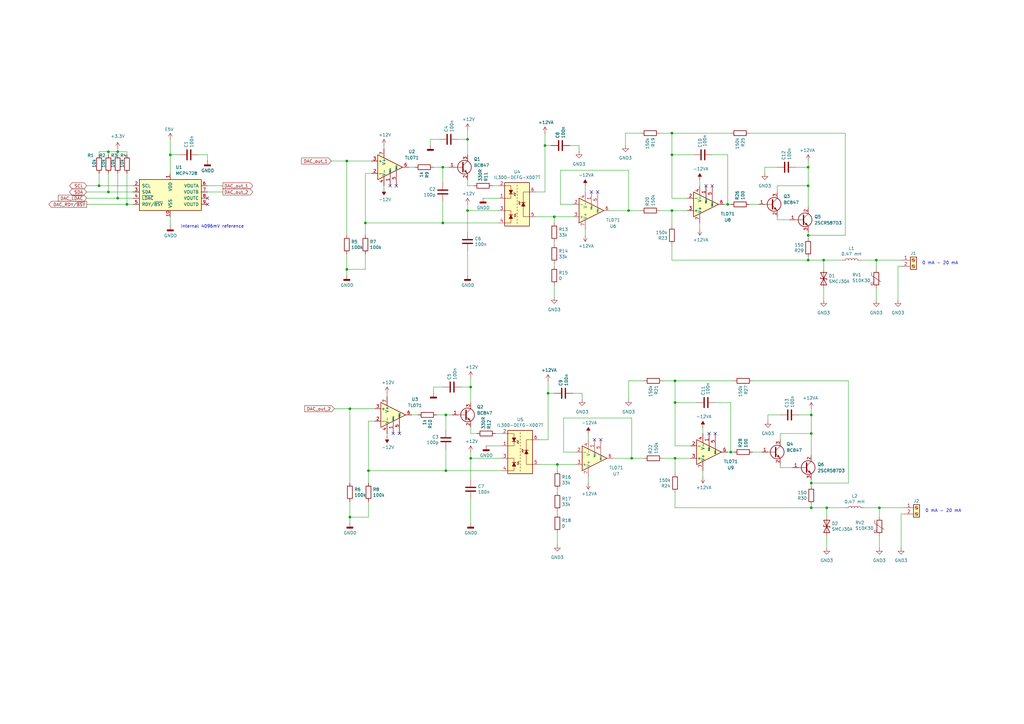
<source format=kicad_sch>
(kicad_sch (version 20250114) (generator "eeschema") (generator_version "9.0")
  (paper "A3")
  (text "0 mA - 20 mA\n" (at 379.476 210.312 0) (effects (font (size 1.27 1.27)) (justify left bottom)))
  (text "0 mA - 20 mA\n" (at 378.206 108.712 0) (effects (font (size 1.27 1.27)) (justify left bottom)))
  (text "Internal 4096mV reference" (at 87.122 92.964 0) (effects (font (size 1.27 1.27))))
  (junction (at 332.74 198.12))
  (junction (at 228.6 190.5))
  (junction (at 44.45 62.23))
  (junction (at 275.59 63.5))
  (junction (at 142.24 66.04))
  (junction (at 181.61 68.58))
  (junction (at 337.82 106.68))
  (junction (at 149.86 91.44))
  (junction (at 257.81 86.36))
  (junction (at 48.26 62.23))
  (junction (at 359.41 106.68))
  (junction (at 298.45 83.82))
  (junction (at 143.51 212.09))
  (junction (at 52.07 83.82))
  (junction (at 331.47 96.52))
  (junction (at 69.85 63.5))
  (junction (at 44.45 78.74))
  (junction (at 299.72 185.42))
  (junction (at 259.08 187.96))
  (junction (at 224.79 161.29))
  (junction (at 360.68 208.28))
  (junction (at 332.74 170.18))
  (junction (at 223.52 59.69))
  (junction (at 151.13 193.04))
  (junction (at 276.86 156.21))
  (junction (at 332.74 177.8))
  (junction (at 143.51 167.64))
  (junction (at 331.47 68.58))
  (junction (at 332.74 208.28))
  (junction (at 191.77 86.36))
  (junction (at 193.04 158.75))
  (junction (at 182.88 170.18))
  (junction (at 182.88 193.04))
  (junction (at 276.86 165.1))
  (junction (at 191.77 57.15))
  (junction (at 275.59 54.61))
  (junction (at 142.24 110.49))
  (junction (at 40.64 76.2))
  (junction (at 276.86 187.96))
  (junction (at 193.04 187.96))
  (junction (at 331.47 106.68))
  (junction (at 48.26 81.28))
  (junction (at 275.59 86.36))
  (junction (at 339.09 208.28))
  (junction (at 331.47 76.2))
  (junction (at 227.33 88.9))
  (junction (at 181.61 91.44))
  (no_connect (at 163.83 177.8))
  (no_connect (at 85.09 81.28))
  (no_connect (at 246.38 180.34))
  (no_connect (at 160.02 76.2))
  (no_connect (at 289.56 76.2))
  (no_connect (at 290.83 177.8))
  (no_connect (at 243.84 180.34))
  (no_connect (at 292.1 76.2))
  (no_connect (at 161.29 177.8))
  (no_connect (at 245.11 78.74))
  (no_connect (at 242.57 78.74))
  (no_connect (at 85.09 83.82))
  (no_connect (at 162.56 76.2))
  (no_connect (at 293.37 177.8))
  (wire (pts (xy 44.45 78.74) (xy 54.61 78.74)))
  (wire (pts (xy 231.14 171.45) (xy 231.14 185.42)))
  (wire (pts (xy 219.71 78.74) (xy 223.52 78.74)))
  (wire (pts (xy 44.45 71.12) (xy 44.45 78.74)))
  (wire (pts (xy 360.68 212.09) (xy 360.68 208.28)))
  (wire (pts (xy 353.06 106.68) (xy 359.41 106.68)))
  (wire (pts (xy 257.81 156.21) (xy 257.81 163.83)))
  (wire (pts (xy 359.41 106.68) (xy 369.57 106.68)))
  (wire (pts (xy 157.48 59.69) (xy 157.48 60.96)))
  (wire (pts (xy 369.57 210.82) (xy 369.57 224.79)))
  (wire (pts (xy 205.74 177.8) (xy 203.2 177.8)))
  (wire (pts (xy 287.02 91.44) (xy 287.02 93.98)))
  (wire (pts (xy 318.77 90.17) (xy 323.85 90.17)))
  (wire (pts (xy 320.04 180.34) (xy 320.04 177.8)))
  (wire (pts (xy 331.47 68.58) (xy 331.47 76.2)))
  (wire (pts (xy 143.51 214.63) (xy 143.51 212.09)))
  (wire (pts (xy 191.77 76.2) (xy 191.77 73.66)))
  (wire (pts (xy 193.04 154.94) (xy 193.04 158.75)))
  (wire (pts (xy 292.1 63.5) (xy 298.45 63.5)))
  (wire (pts (xy 262.89 86.36) (xy 257.81 86.36)))
  (wire (pts (xy 370.84 210.82) (xy 369.57 210.82)))
  (wire (pts (xy 332.74 177.8) (xy 332.74 186.69)))
  (wire (pts (xy 152.4 71.12) (xy 149.86 71.12)))
  (wire (pts (xy 142.24 66.04) (xy 152.4 66.04)))
  (wire (pts (xy 241.3 180.34) (xy 241.3 177.8)))
  (wire (pts (xy 359.41 110.49) (xy 359.41 106.68)))
  (wire (pts (xy 276.86 187.96) (xy 283.21 187.96)))
  (wire (pts (xy 271.78 187.96) (xy 276.86 187.96)))
  (wire (pts (xy 332.74 198.12) (xy 332.74 199.39)))
  (wire (pts (xy 158.75 179.07) (xy 158.75 177.8)))
  (wire (pts (xy 69.85 63.5) (xy 73.66 63.5)))
  (wire (pts (xy 236.22 185.42) (xy 231.14 185.42)))
  (wire (pts (xy 137.16 167.64) (xy 143.51 167.64)))
  (wire (pts (xy 332.74 207.01) (xy 332.74 208.28)))
  (wire (pts (xy 143.51 212.09) (xy 151.13 212.09)))
  (wire (pts (xy 69.85 63.5) (xy 69.85 71.12)))
  (wire (pts (xy 234.95 88.9) (xy 227.33 88.9)))
  (wire (pts (xy 320.04 177.8) (xy 332.74 177.8)))
  (wire (pts (xy 320.04 190.5) (xy 320.04 191.77)))
  (wire (pts (xy 48.26 81.28) (xy 54.61 81.28)))
  (wire (pts (xy 227.33 91.44) (xy 227.33 88.9)))
  (wire (pts (xy 191.77 113.03) (xy 191.77 102.87)))
  (wire (pts (xy 176.53 57.15) (xy 176.53 59.69)))
  (wire (pts (xy 85.09 76.2) (xy 91.44 76.2)))
  (wire (pts (xy 241.3 198.12) (xy 241.3 195.58)))
  (wire (pts (xy 204.47 86.36) (xy 191.77 86.36)))
  (wire (pts (xy 142.24 104.14) (xy 142.24 110.49)))
  (wire (pts (xy 237.49 59.69) (xy 237.49 62.23)))
  (wire (pts (xy 170.18 68.58) (xy 167.64 68.58)))
  (wire (pts (xy 189.23 158.75) (xy 193.04 158.75)))
  (wire (pts (xy 48.26 71.12) (xy 48.26 81.28)))
  (wire (pts (xy 298.45 63.5) (xy 298.45 83.82)))
  (wire (pts (xy 224.79 180.34) (xy 224.79 161.29)))
  (wire (pts (xy 275.59 86.36) (xy 281.94 86.36)))
  (wire (pts (xy 318.77 78.74) (xy 318.77 76.2)))
  (wire (pts (xy 158.75 161.29) (xy 158.75 162.56)))
  (wire (pts (xy 257.81 86.36) (xy 257.81 69.85)))
  (wire (pts (xy 360.68 208.28) (xy 370.84 208.28)))
  (wire (pts (xy 332.74 208.28) (xy 339.09 208.28)))
  (wire (pts (xy 332.74 196.85) (xy 332.74 198.12)))
  (wire (pts (xy 182.88 184.15) (xy 182.88 193.04)))
  (wire (pts (xy 307.34 54.61) (xy 346.71 54.61)))
  (wire (pts (xy 135.89 66.04) (xy 142.24 66.04)))
  (wire (pts (xy 151.13 205.74) (xy 151.13 212.09)))
  (wire (pts (xy 204.47 81.28) (xy 198.12 81.28)))
  (wire (pts (xy 275.59 54.61) (xy 299.72 54.61)))
  (wire (pts (xy 331.47 66.04) (xy 331.47 68.58)))
  (wire (pts (xy 48.26 62.23) (xy 52.07 62.23)))
  (wire (pts (xy 143.51 205.74) (xy 143.51 212.09)))
  (wire (pts (xy 339.09 219.71) (xy 339.09 224.79)))
  (wire (pts (xy 193.04 187.96) (xy 193.04 185.42)))
  (wire (pts (xy 287.02 73.66) (xy 287.02 76.2)))
  (wire (pts (xy 276.86 156.21) (xy 300.99 156.21)))
  (wire (pts (xy 331.47 76.2) (xy 331.47 85.09)))
  (wire (pts (xy 276.86 208.28) (xy 276.86 201.93)))
  (wire (pts (xy 227.33 107.95) (xy 227.33 109.22)))
  (wire (pts (xy 224.79 161.29) (xy 224.79 156.21)))
  (wire (pts (xy 327.66 170.18) (xy 332.74 170.18)))
  (wire (pts (xy 251.46 187.96) (xy 259.08 187.96)))
  (wire (pts (xy 85.09 63.5) (xy 85.09 66.04)))
  (wire (pts (xy 275.59 63.5) (xy 275.59 81.28)))
  (wire (pts (xy 193.04 214.63) (xy 193.04 204.47)))
  (wire (pts (xy 227.33 88.9) (xy 219.71 88.9)))
  (wire (pts (xy 337.82 106.68) (xy 345.44 106.68)))
  (wire (pts (xy 332.74 167.64) (xy 332.74 170.18)))
  (wire (pts (xy 223.52 59.69) (xy 223.52 54.61)))
  (wire (pts (xy 337.82 106.68) (xy 337.82 110.49)))
  (wire (pts (xy 308.61 185.42) (xy 312.42 185.42)))
  (wire (pts (xy 283.21 182.88) (xy 276.86 182.88)))
  (wire (pts (xy 44.45 62.23) (xy 44.45 63.5)))
  (wire (pts (xy 293.37 165.1) (xy 299.72 165.1)))
  (wire (pts (xy 233.68 59.69) (xy 237.49 59.69)))
  (wire (pts (xy 368.3 109.22) (xy 368.3 123.19)))
  (wire (pts (xy 193.04 177.8) (xy 193.04 175.26)))
  (wire (pts (xy 35.56 81.28) (xy 48.26 81.28)))
  (wire (pts (xy 35.56 76.2) (xy 40.64 76.2)))
  (wire (pts (xy 205.74 182.88) (xy 199.39 182.88)))
  (wire (pts (xy 332.74 170.18) (xy 332.74 177.8)))
  (wire (pts (xy 240.03 78.74) (xy 240.03 76.2)))
  (wire (pts (xy 181.61 91.44) (xy 149.86 91.44)))
  (wire (pts (xy 48.26 62.23) (xy 48.26 63.5)))
  (wire (pts (xy 185.42 170.18) (xy 182.88 170.18)))
  (wire (pts (xy 191.77 95.25) (xy 191.77 86.36)))
  (wire (pts (xy 270.51 54.61) (xy 275.59 54.61)))
  (wire (pts (xy 52.07 71.12) (xy 52.07 83.82)))
  (wire (pts (xy 339.09 208.28) (xy 346.71 208.28)))
  (wire (pts (xy 226.06 59.69) (xy 223.52 59.69)))
  (wire (pts (xy 52.07 83.82) (xy 54.61 83.82)))
  (wire (pts (xy 276.86 208.28) (xy 332.74 208.28)))
  (wire (pts (xy 35.56 78.74) (xy 44.45 78.74)))
  (wire (pts (xy 35.56 83.82) (xy 52.07 83.82)))
  (wire (pts (xy 326.39 68.58) (xy 331.47 68.58)))
  (wire (pts (xy 181.61 74.93) (xy 181.61 68.58)))
  (wire (pts (xy 149.86 91.44) (xy 149.86 96.52)))
  (wire (pts (xy 314.96 170.18) (xy 320.04 170.18)))
  (wire (pts (xy 228.6 193.04) (xy 228.6 190.5)))
  (wire (pts (xy 346.71 96.52) (xy 331.47 96.52)))
  (wire (pts (xy 347.98 198.12) (xy 332.74 198.12)))
  (wire (pts (xy 331.47 106.68) (xy 337.82 106.68)))
  (wire (pts (xy 257.81 156.21) (xy 264.16 156.21)))
  (wire (pts (xy 299.72 185.42) (xy 300.99 185.42)))
  (wire (pts (xy 276.86 165.1) (xy 285.75 165.1)))
  (wire (pts (xy 69.85 88.9) (xy 69.85 92.71)))
  (wire (pts (xy 205.74 187.96) (xy 193.04 187.96)))
  (wire (pts (xy 40.64 76.2) (xy 54.61 76.2)))
  (wire (pts (xy 228.6 218.44) (xy 228.6 223.52)))
  (wire (pts (xy 275.59 106.68) (xy 331.47 106.68)))
  (wire (pts (xy 354.33 208.28) (xy 360.68 208.28)))
  (wire (pts (xy 85.09 78.74) (xy 91.44 78.74)))
  (wire (pts (xy 182.88 170.18) (xy 179.07 170.18)))
  (wire (pts (xy 153.67 172.72) (xy 151.13 172.72)))
  (wire (pts (xy 256.54 54.61) (xy 262.89 54.61)))
  (wire (pts (xy 223.52 78.74) (xy 223.52 59.69)))
  (wire (pts (xy 227.33 161.29) (xy 224.79 161.29)))
  (wire (pts (xy 276.86 187.96) (xy 276.86 194.31)))
  (wire (pts (xy 234.95 83.82) (xy 229.87 83.82)))
  (wire (pts (xy 314.96 172.72) (xy 314.96 170.18)))
  (wire (pts (xy 238.76 161.29) (xy 238.76 163.83)))
  (wire (pts (xy 142.24 96.52) (xy 142.24 66.04)))
  (wire (pts (xy 228.6 190.5) (xy 220.98 190.5)))
  (wire (pts (xy 142.24 110.49) (xy 149.86 110.49)))
  (wire (pts (xy 157.48 77.47) (xy 157.48 76.2)))
  (wire (pts (xy 299.72 165.1) (xy 299.72 185.42)))
  (wire (pts (xy 180.34 57.15) (xy 176.53 57.15)))
  (wire (pts (xy 331.47 105.41) (xy 331.47 106.68)))
  (wire (pts (xy 298.45 83.82) (xy 299.72 83.82)))
  (wire (pts (xy 275.59 63.5) (xy 284.48 63.5)))
  (wire (pts (xy 40.64 71.12) (xy 40.64 76.2)))
  (wire (pts (xy 81.28 63.5) (xy 85.09 63.5)))
  (wire (pts (xy 191.77 57.15) (xy 191.77 63.5)))
  (wire (pts (xy 142.24 113.03) (xy 142.24 110.49)))
  (wire (pts (xy 220.98 180.34) (xy 224.79 180.34)))
  (wire (pts (xy 240.03 96.52) (xy 240.03 93.98)))
  (wire (pts (xy 205.74 193.04) (xy 182.88 193.04)))
  (wire (pts (xy 359.41 118.11) (xy 359.41 123.19)))
  (wire (pts (xy 307.34 83.82) (xy 311.15 83.82)))
  (wire (pts (xy 320.04 191.77) (xy 325.12 191.77)))
  (wire (pts (xy 149.86 71.12) (xy 149.86 91.44)))
  (wire (pts (xy 228.6 201.93) (xy 228.6 200.66)))
  (wire (pts (xy 181.61 158.75) (xy 177.8 158.75)))
  (wire (pts (xy 187.96 57.15) (xy 191.77 57.15)))
  (wire (pts (xy 204.47 76.2) (xy 201.93 76.2)))
  (wire (pts (xy 182.88 176.53) (xy 182.88 170.18)))
  (wire (pts (xy 308.61 156.21) (xy 347.98 156.21)))
  (wire (pts (xy 149.86 104.14) (xy 149.86 110.49)))
  (wire (pts (xy 257.81 69.85) (xy 229.87 69.85)))
  (wire (pts (xy 184.15 68.58) (xy 181.61 68.58)))
  (wire (pts (xy 182.88 193.04) (xy 151.13 193.04)))
  (wire (pts (xy 347.98 156.21) (xy 347.98 198.12)))
  (wire (pts (xy 281.94 81.28) (xy 275.59 81.28)))
  (wire (pts (xy 181.61 82.55) (xy 181.61 91.44)))
  (wire (pts (xy 191.77 53.34) (xy 191.77 57.15)))
  (wire (pts (xy 288.29 193.04) (xy 288.29 195.58)))
  (wire (pts (xy 191.77 86.36) (xy 191.77 83.82)))
  (wire (pts (xy 177.8 158.75) (xy 177.8 161.29)))
  (wire (pts (xy 337.82 118.11) (xy 337.82 123.19)))
  (wire (pts (xy 193.04 196.85) (xy 193.04 187.96)))
  (wire (pts (xy 331.47 96.52) (xy 331.47 97.79)))
  (wire (pts (xy 40.64 62.23) (xy 40.64 63.5)))
  (wire (pts (xy 181.61 68.58) (xy 177.8 68.58)))
  (wire (pts (xy 69.85 57.15) (xy 69.85 63.5)))
  (wire (pts (xy 271.78 156.21) (xy 276.86 156.21)))
  (wire (pts (xy 151.13 193.04) (xy 151.13 198.12)))
  (wire (pts (xy 298.45 185.42) (xy 299.72 185.42)))
  (wire (pts (xy 339.09 208.28) (xy 339.09 212.09)))
  (wire (pts (xy 276.86 156.21) (xy 276.86 165.1)))
  (wire (pts (xy 369.57 109.22) (xy 368.3 109.22)))
  (wire (pts (xy 275.59 106.68) (xy 275.59 100.33)))
  (wire (pts (xy 195.58 177.8) (xy 193.04 177.8)))
  (wire (pts (xy 346.71 54.61) (xy 346.71 96.52)))
  (wire (pts (xy 193.04 158.75) (xy 193.04 165.1)))
  (wire (pts (xy 143.51 167.64) (xy 153.67 167.64)))
  (wire (pts (xy 275.59 86.36) (xy 275.59 92.71)))
  (wire (pts (xy 259.08 187.96) (xy 259.08 171.45)))
  (wire (pts (xy 250.19 86.36) (xy 257.81 86.36)))
  (wire (pts (xy 151.13 172.72) (xy 151.13 193.04)))
  (wire (pts (xy 234.95 161.29) (xy 238.76 161.29)))
  (wire (pts (xy 275.59 54.61) (xy 275.59 63.5)))
  (wire (pts (xy 318.77 76.2) (xy 331.47 76.2)))
  (wire (pts (xy 236.22 190.5) (xy 228.6 190.5)))
  (wire (pts (xy 331.47 95.25) (xy 331.47 96.52)))
  (wire (pts (xy 44.45 62.23) (xy 40.64 62.23)))
  (wire (pts (xy 227.33 100.33) (xy 227.33 99.06)))
  (wire (pts (xy 227.33 116.84) (xy 227.33 121.92)))
  (wire (pts (xy 229.87 69.85) (xy 229.87 83.82)))
  (wire (pts (xy 276.86 165.1) (xy 276.86 182.88)))
  (wire (pts (xy 48.26 60.96) (xy 48.26 62.23)))
  (wire (pts (xy 270.51 86.36) (xy 275.59 86.36)))
  (wire (pts (xy 171.45 170.18) (xy 168.91 170.18)))
  (wire (pts (xy 288.29 175.26) (xy 288.29 177.8)))
  (wire (pts (xy 297.18 83.82) (xy 298.45 83.82)))
  (wire (pts (xy 143.51 198.12) (xy 143.51 167.64)))
  (wire (pts (xy 52.07 63.5) (xy 52.07 62.23)))
  (wire (pts (xy 228.6 209.55) (xy 228.6 210.82)))
  (wire (pts (xy 264.16 187.96) (xy 259.08 187.96)))
  (wire (pts (xy 360.68 219.71) (xy 360.68 224.79)))
  (wire (pts (xy 204.47 91.44) (xy 181.61 91.44)))
  (wire (pts (xy 194.31 76.2) (xy 191.77 76.2)))
  (wire (pts (xy 318.77 88.9) (xy 318.77 90.17)))
  (wire (pts (xy 48.26 62.23) (xy 44.45 62.23)))
  (wire (pts (xy 256.54 59.69) (xy 256.54 54.61)))
  (wire (pts (xy 313.69 68.58) (xy 318.77 68.58)))
  (wire (pts (xy 313.69 71.12) (xy 313.69 68.58)))
  (wire (pts (xy 259.08 171.45) (xy 231.14 171.45)))
  (global_label "SCL" (shape bidirectional) (at 35.56 76.2 180) (property "Intersheetrefs" "${INTERSHEET_REFS}" (effects (hide yes))))
  (global_label "DAC_out_1" (shape input) (at 135.89 66.04 180) (property "Intersheetrefs" "${INTERSHEET_REFS}" (effects (hide yes))))
  (global_label "DAC_out_2" (shape output) (at 91.44 78.74 0) (property "Intersheetrefs" "${INTERSHEET_REFS}" (effects (hide yes))))
  (global_label "SDA" (shape bidirectional) (at 35.56 78.74 180) (property "Intersheetrefs" "${INTERSHEET_REFS}" (effects (hide yes))))
  (global_label "DAC_out_1" (shape output) (at 91.44 76.2 0) (property "Intersheetrefs" "${INTERSHEET_REFS}" (effects (hide yes))))
  (global_label "DAC_RDY{slash}~{BSY}" (shape output) (at 35.56 83.82 180) (property "Intersheetrefs" "${INTERSHEET_REFS}" (effects (hide yes))))
  (global_label "DAC_out_2" (shape input) (at 137.16 167.64 180) (property "Intersheetrefs" "${INTERSHEET_REFS}" (effects (hide yes))))
  (global_label "DAC_~{LDAC}" (shape input) (at 35.56 81.28 180) (property "Intersheetrefs" "${INTERSHEET_REFS}" (effects (hide yes))))
  (symbol (lib_id "Device:R") (at 198.12 76.2 90) (mirror x) (unit 1)
    (property "Reference" "R11" (at 199.2884 74.422 0) (effects (justify right)))
    (property "Value" "330R" (at 196.977 74.422 0) (effects (justify right)))
    (property "Footprint" "Resistor_SMD:R_1020_2550Metric" (effects (hide yes)))
    (property "Order code Farnell" "4207498" (effects (hide yes)))
    (property "Power" "2W" (effects (hide yes)))
  )
  (symbol (lib_id "Isolator_Analog:IL300") (at 212.09 83.82 0) (unit 1)
    (property "Reference" "U4" (at 212.09 70.485 0))
    (property "Value" "IL300-DEFG-X007T" (at 212.09 72.7964 0))
    (property "Footprint" "Package_DIP:DIP-8_W8.89mm_SMDSocket_LongPads" (effects (hide yes)))
    (property "Datasheet" "http://www.vishay.com/docs/83622/il300.pdf" (effects (hide yes)))
    (property "Order code Farnell" "3777775" (effects (hide yes)))
  )
  (symbol (lib_id "Device:R") (at 149.86 100.33 0) (unit 1)
    (property "Reference" "R7" (at 151.638 99.1616 0) (effects (justify left)))
    (property "Value" "100k" (at 151.638 101.473 0) (effects (justify left)))
    (property "Footprint" "Resistor_SMD:R_1206_3216Metric" (effects (hide yes)))
    (property "Order code Farnell" "3769499" (effects (hide yes)))
  )
  (symbol (lib_id "power:+12V") (at 191.77 53.34 0) (unit 1)
    (property "Reference" "#PWR013" (effects (hide yes)))
    (property "Value" "+12V" (at 192.151 48.9458 0))
  )
  (symbol (lib_id "power:+12V") (at 157.48 59.69 0) (unit 1)
    (property "Reference" "#PWR07" (effects (hide yes)))
    (property "Value" "+12V" (at 157.861 55.2958 0))
  )
  (symbol (lib_id "power:-12V") (at 157.48 77.47 0) (mirror x) (unit 1)
    (property "Reference" "#PWR08" (effects (hide yes)))
    (property "Value" "-12V" (at 157.861 81.8642 0))
  )
  (symbol (lib_id "Device:C") (at 181.61 78.74 0) (mirror y) (unit 1)
    (property "Reference" "C2" (at 178.689 77.5716 0) (effects (justify left)))
    (property "Value" "100p" (at 178.689 79.883 0) (effects (justify left)))
    (property "Footprint" "Capacitor_SMD:C_1206_3216Metric" (effects (hide yes)))
    (property "Order code Farnell" "3924150" (effects (hide yes)))
  )
  (symbol (lib_id "Device:R") (at 173.99 68.58 90) (unit 1)
    (property "Reference" "R9" (at 175.1584 70.358 0) (effects (justify right)))
    (property "Value" "1k" (at 172.847 70.358 0) (effects (justify right)))
    (property "Footprint" "Diode_SMD:D_1206_3216Metric" (effects (hide yes)))
    (property "Order code Farnell" "3769498" (effects (hide yes)))
  )
  (symbol (lib_id "power:+12V") (at 191.77 83.82 0) (unit 1)
    (property "Reference" "#PWR014" (effects (hide yes)))
    (property "Value" "+12V" (at 192.151 79.4258 0))
  )
  (symbol (lib_id "power:+12VA") (at 223.52 54.61 0) (unit 1)
    (property "Reference" "#PWR021" (effects (hide yes)))
    (property "Value" "+12VA" (at 223.901 50.2158 0))
  )
  (symbol (lib_id "power:+12VA") (at 240.03 96.52 0) (mirror x) (unit 1)
    (property "Reference" "#PWR028" (effects (hide yes)))
    (property "Value" "+12VA" (at 240.411 100.9142 0))
  )
  (symbol (lib_id "power:-12VA") (at 240.03 76.2 0) (unit 1)
    (property "Reference" "#PWR027" (effects (hide yes)))
    (property "Value" "-12VA" (at 240.411 71.8058 0))
  )
  (symbol (lib_id "Device:R") (at 227.33 104.14 0) (unit 1)
    (property "Reference" "R14" (at 229.108 102.9716 0) (effects (justify left)))
    (property "Value" "33k" (at 229.108 105.283 0) (effects (justify left)))
    (property "Footprint" "Resistor_SMD:R_1206_3216Metric" (effects (hide yes)))
    (property "Order code Farnell" "2057861" (effects (hide yes)))
  )
  (symbol (lib_id "Device:C") (at 191.77 99.06 180) (unit 1)
    (property "Reference" "C6" (at 194.691 97.8916 0) (effects (justify right)))
    (property "Value" "100n" (at 194.691 100.203 0) (effects (justify right)))
    (property "Footprint" "Resistor_SMD:R_1206_3216Metric" (effects (hide yes)))
    (property "Order code Farnell" "2905763" (effects (hide yes)))
  )
  (symbol (lib_id "Device:R") (at 52.07 67.31 0) (unit 1)
    (property "Reference" "R4" (at 49.276 63.754 0) (effects (justify left)))
    (property "Value" "10k" (at 50.038 68.834 90) (effects (justify left)))
    (property "Footprint" "Resistor_SMD:R_1206_3216Metric" (effects (hide yes)))
    (property "Order code Farnell" "4177806" (effects (hide yes)))
  )
  (symbol (lib_id "power:GND") (at 337.82 123.19 0) (unit 1)
    (property "Reference" "#PWR041" (effects (hide yes)))
    (property "Value" "GND3" (at 337.82 128.27 0))
    (property "Description" "Power symbol creates a global label with name \"GND\" , ground" (effects (hide yes)))
  )
  (symbol (lib_id "power:GNDD") (at 177.8 161.29 0) (unit 1)
    (property "Reference" "#PWR012" (effects (hide yes)))
    (property "Value" "GNDD" (effects (hide yes)))
  )
  (symbol (lib_id "power:GND") (at 360.68 224.79 0) (unit 1)
    (property "Reference" "#PWR026" (effects (hide yes)))
    (property "Value" "GND3" (at 360.68 229.87 0))
    (property "Description" "Power symbol creates a global label with name \"GND\" , ground" (effects (hide yes)))
  )
  (symbol (lib_id "power:GND") (at 314.96 172.72 0) (unit 1)
    (property "Reference" "#PWR046" (effects (hide yes)))
    (property "Value" "GND3" (at 314.96 177.8 0))
    (property "Description" "Power symbol creates a global label with name \"GND\" , ground" (effects (hide yes)))
  )
  (symbol (lib_id "power:+12VA") (at 287.02 93.98 0) (mirror x) (unit 1)
    (property "Reference" "#PWR034" (effects (hide yes)))
    (property "Value" "+12VA" (at 287.401 98.3742 0))
  )
  (symbol (lib_id "Device:R") (at 303.53 54.61 270) (unit 1)
    (property "Reference" "R25" (at 304.6984 56.388 0) (effects (justify left)))
    (property "Value" "150k" (at 302.387 56.388 0) (effects (justify left)))
    (property "Footprint" "Capacitor_SMD:C_1206_3216Metric" (effects (hide yes)))
    (property "Order code Farnell" "1632580" (effects (hide yes)))
  )
  (symbol (lib_id "Connector:Screw_Terminal_01x02") (at 374.65 106.68 0) (unit 1)
    (property "Reference" "J1" (at 373.38 103.886 0) (effects (justify left)))
    (property "Value" "Screw_Terminal_01x02" (effects (hide yes)))
    (property "Footprint" "TerminalBlock_Phoenix:TerminalBlock_Phoenix_MKDS-3-2-5.08_1x02_P5.08mm_Horizontal" (effects (hide yes)))
    (property "Order code Farnell" "963-2670" (effects (hide yes)))
  )
  (symbol (lib_id "power:+12VA") (at 241.3 198.12 0) (mirror x) (unit 1)
    (property "Reference" "#PWR030" (effects (hide yes)))
    (property "Value" "+12VA" (at 241.681 202.5142 0))
  )
  (symbol (lib_id "Amplifier_Operational:TL071") (at 161.29 170.18 0) (unit 1)
    (property "Reference" "U3" (at 170.18 163.7598 0))
    (property "Value" "TL071" (at 170.18 166.2998 0))
    (property "Footprint" "Package_SO:SOIC-8_3.9x4.9mm_P1.27mm" (effects (hide yes)))
    (property "Datasheet" "http://www.ti.com/lit/ds/symlink/tl071.pdf" (effects (hide yes)))
    (property "Description" "Single Low-Noise JFET-Input Operational Amplifiers, DIP-8/SOIC-8" (effects (hide yes)))
    (property "Order code Farnell" "3130164" (effects (hide yes)))
  )
  (symbol (lib_id "Device:R") (at 304.8 185.42 90) (unit 1)
    (property "Reference" "R28" (at 303.6316 183.642 0) (effects (justify left)))
    (property "Value" "100" (at 305.943 183.642 0) (effects (justify left)))
    (property "Footprint" "Capacitor_SMD:C_1206_3216Metric" (effects (hide yes)))
    (property "Order code Farnell" "1632580" (effects (hide yes)))
  )
  (symbol (lib_id "Device:R") (at 40.64 67.31 0) (unit 1)
    (property "Reference" "R1" (at 35.814 63.754 0) (effects (justify left)))
    (property "Value" "10k" (at 38.608 68.834 90) (effects (justify left)))
    (property "Footprint" "Resistor_SMD:R_1206_3216Metric" (effects (hide yes)))
    (property "Order code Farnell" "4177806" (effects (hide yes)))
  )
  (symbol (lib_id "Transistor_BJT:TIP41C") (at 330.2 191.77 0) (unit 1)
    (property "Reference" "Q6" (at 335.28 190.4999 0) (effects (justify left)))
    (property "Value" "2SCR587D3" (at 335.28 193.0399 0) (effects (justify left)))
    (property "Footprint" "Package_TO_SOT_SMD:TO-252-2" (effects (hide yes)))
    (property "Description" "2SCR587D3TL1" (effects (hide yes)))
    (property "Order Code Farnell" "3757482" (effects (hide yes)))
  )
  (symbol (lib_id "power:GND") (at 256.54 59.69 0) (unit 1)
    (property "Reference" "#PWR031" (effects (hide yes)))
    (property "Value" "GND3" (at 256.54 64.77 0))
    (property "Description" "Power symbol creates a global label with name \"GND\" , ground" (effects (hide yes)))
  )
  (symbol (lib_id "Connector:Screw_Terminal_01x02") (at 375.92 208.28 0) (unit 1)
    (property "Reference" "J2" (at 374.65 205.486 0) (effects (justify left)))
    (property "Value" "Screw_Terminal_01x02" (effects (hide yes)))
    (property "Footprint" "TerminalBlock_Phoenix:TerminalBlock_Phoenix_MKDS-3-2-5.08_1x02_P5.08mm_Horizontal" (effects (hide yes)))
    (property "Order code Farnell" "963-2670" (effects (hide yes)))
  )
  (symbol (lib_id "Device:R") (at 332.74 203.2 180) (unit 1)
    (property "Reference" "R30" (at 330.962 204.3684 0) (effects (justify left)))
    (property "Value" "150" (at 330.962 202.057 0) (effects (justify left)))
    (property "Footprint" "Capacitor_SMD:C_1206_3216Metric" (effects (hide yes)))
    (property "Order code Farnell" "1632580" (effects (hide yes)))
  )
  (symbol (lib_id "Device:R") (at 303.53 83.82 90) (unit 1)
    (property "Reference" "R26" (at 302.3616 82.042 0) (effects (justify left)))
    (property "Value" "100" (at 304.673 82.042 0) (effects (justify left)))
    (property "Footprint" "Capacitor_SMD:C_1206_3216Metric" (effects (hide yes)))
    (property "Order code Farnell" "1632580" (effects (hide yes)))
  )
  (symbol (lib_id "Amplifier_Operational:TL071") (at 290.83 185.42 0) (mirror x) (unit 1)
    (property "Reference" "U9" (at 299.72 191.8402 0))
    (property "Value" "TL071" (at 299.72 189.3002 0))
    (property "Footprint" "Package_SO:SOIC-8_3.9x4.9mm_P1.27mm" (effects (hide yes)))
    (property "Datasheet" "http://www.ti.com/lit/ds/symlink/tl071.pdf" (effects (hide yes)))
    (property "Description" "Single Low-Noise JFET-Input Operational Amplifiers, DIP-8/SOIC-8" (effects (hide yes)))
    (property "Order code Farnell" "3130164" (effects (hide yes)))
  )
  (symbol (lib_id "Device:C") (at 322.58 68.58 270) (unit 1)
    (property "Reference" "C12" (at 321.4116 65.659 0) (effects (justify right)))
    (property "Value" "100n" (at 323.723 65.659 0) (effects (justify right)))
    (property "Footprint" "Capacitor_SMD:C_1206_3216Metric" (effects (hide yes)))
    (property "Order code Farnell" "2905763" (effects (hide yes)))
  )
  (symbol (lib_id "Device:L") (at 350.52 208.28 270) (mirror x) (unit 1)
    (property "Reference" "L2" (at 350.52 203.454 90))
    (property "Value" "0.47 mH" (at 350.52 205.7654 90))
    (property "Footprint" "Inductor_THT:L_Radial_D7.8mm_P5.00mm_Fastron_07HCP" (effects (hide yes)))
    (property "Order code Farnell" "1077034" (effects (hide yes)))
  )
  (symbol (lib_id "Transistor_BJT:BC847") (at 189.23 68.58 0) (unit 1)
    (property "Reference" "Q1" (at 194.31 65.278 0) (effects (justify left)))
    (property "Value" "BC847" (at 194.31 67.818 0) (effects (justify left)))
    (property "Footprint" "Package_TO_SOT_SMD:SOT-23" (effects (hide yes)))
    (property "Datasheet" "http://www.infineon.com/dgdl/Infineon-BC847SERIES_BC848SERIES_BC849SERIES_BC850SERIES-DS-v01_01-en.pdf?fileId=db3a304314dca389011541d4630a1657" (effects (hide yes)))
    (property "Description" "0.1A Ic, 45V Vce, NPN Transistor, SOT-23" (effects (hide yes)))
    (property "Order code Farnell" "1081237" (effects (hide yes)))
  )
  (symbol (lib_id "Device:R") (at 48.26 67.31 0) (unit 1)
    (property "Reference" "R3" (at 45.466 63.754 0) (effects (justify left)))
    (property "Value" "10k" (at 46.228 68.834 90) (effects (justify left)))
    (property "Footprint" "Resistor_SMD:R_1206_3216Metric" (effects (hide yes)))
    (property "Order code Farnell" "4177806" (effects (hide yes)))
  )
  (symbol (lib_id "Device:Varistor") (at 360.68 215.9 0) (unit 1)
    (property "Reference" "RV2" (at 350.774 214.376 0) (effects (justify left)))
    (property "Value" "S10K30" (at 350.774 216.662 0) (effects (justify left)))
    (property "Footprint" "Varistor:RV_Disc_D12mm_W5.1mm_P7.5mm" (effects (hide yes)))
    (property "Description" "Levyn halkaisija (disc diameter): nimellinen 10 mm, maksimi ~12,5 mm (usein ilmoitetaan max Ø12.5 mm toleransseineen). Paksuus (body thickness): tyypillisesti max 4–5 mm (riippuen tarkasta variantista, usein ~4,5 mm). Liitinväli (lead spacing / pitch, e): yleensä 7,5 mm (e ±1 mm). Liittimen halkaisija: ~0,8 mm." (effects (hide yes)))
    (property "Order code Farnell" "1004274" (effects (hide yes)))
  )
  (symbol (lib_id "Device:R") (at 44.45 67.31 0) (unit 1)
    (property "Reference" "R2" (at 40.64 63.754 0) (effects (justify left)))
    (property "Value" "10k" (at 42.418 68.834 90) (effects (justify left)))
    (property "Footprint" "Resistor_SMD:R_1206_3216Metric" (effects (hide yes)))
    (property "Order code Farnell" "4177806" (effects (hide yes)))
  )
  (symbol (lib_id "Device:C") (at 193.04 200.66 180) (unit 1)
    (property "Reference" "C7" (at 195.961 199.4916 0) (effects (justify right)))
    (property "Value" "100n" (at 195.961 201.803 0) (effects (justify right)))
    (property "Footprint" "Resistor_SMD:R_1206_3216Metric" (effects (hide yes)))
    (property "Order code Farnell" "2905763" (effects (hide yes)))
  )
  (symbol (lib_id "Device:R") (at 151.13 201.93 0) (unit 1)
    (property "Reference" "R8" (at 152.908 200.7616 0) (effects (justify left)))
    (property "Value" "100k" (at 152.908 203.073 0) (effects (justify left)))
    (property "Footprint" "Resistor_SMD:R_1206_3216Metric" (effects (hide yes)))
    (property "Order code Farnell" "3769499" (effects (hide yes)))
  )
  (symbol (lib_id "Device:D_TVS") (at 339.09 215.9 270) (unit 1)
    (property "Reference" "D2" (at 341.0966 214.7316 90) (effects (justify left)))
    (property "Value" "SMCJ30A" (at 341.0966 217.043 90) (effects (justify left)))
    (property "Footprint" "Diode_SMD:D_SMC" (effects (hide yes)))
    (property "Description" "SMCJ33A-TR" (effects (hide yes)))
    (property "Order code Farnell" "1689286" (effects (hide yes)))
  )
  (symbol (lib_id "Device:R") (at 266.7 86.36 90) (unit 1)
    (property "Reference" "R20" (at 265.5316 84.582 0) (effects (justify left)))
    (property "Value" "150k" (at 267.843 84.582 0) (effects (justify left)))
    (property "Footprint" "Capacitor_SMD:C_1206_3216Metric" (effects (hide yes)))
    (property "Order code Farnell" "1632580" (effects (hide yes)))
  )
  (symbol (lib_id "power:+12V") (at 158.75 161.29 0) (unit 1)
    (property "Reference" "#PWR09" (effects (hide yes)))
    (property "Value" "+12V" (at 159.131 156.8958 0))
  )
  (symbol (lib_id "Device:R") (at 143.51 201.93 0) (unit 1)
    (property "Reference" "R6" (at 145.288 200.7616 0) (effects (justify left)))
    (property "Value" "100k" (at 145.288 203.073 0) (effects (justify left)))
    (property "Footprint" "Resistor_SMD:R_1206_3216Metric" (effects (hide yes)))
    (property "Order code Farnell" "3769499" (effects (hide yes)))
  )
  (symbol (lib_id "power:+12VA") (at 332.74 167.64 0) (mirror y) (unit 1)
    (property "Reference" "#PWR040" (effects (hide yes)))
    (property "Value" "+12VA" (at 332.359 163.2458 0))
  )
  (symbol (lib_id "power:-12VA") (at 288.29 175.26 0) (unit 1)
    (property "Reference" "#PWR035" (effects (hide yes)))
    (property "Value" "-12VA" (at 288.671 170.8658 0))
  )
  (symbol (lib_id "Amplifier_Operational:TL071") (at 160.02 68.58 0) (unit 1)
    (property "Reference" "U2" (at 168.91 62.1598 0))
    (property "Value" "TL071" (at 168.91 64.6998 0))
    (property "Footprint" "Package_SO:SOIC-8_3.9x4.9mm_P1.27mm" (effects (hide yes)))
    (property "Datasheet" "http://www.ti.com/lit/ds/symlink/tl071.pdf" (effects (hide yes)))
    (property "Description" "Single Low-Noise JFET-Input Operational Amplifiers, DIP-8/SOIC-8" (effects (hide yes)))
    (property "Order code Farnell" "3130164" (effects (hide yes)))
  )
  (symbol (lib_id "Device:C") (at 184.15 57.15 270) (unit 1)
    (property "Reference" "C4" (at 182.9816 54.229 0) (effects (justify right)))
    (property "Value" "100n" (at 185.293 54.229 0) (effects (justify right)))
    (property "Footprint" "Capacitor_SMD:C_1206_3216Metric" (effects (hide yes)))
    (property "Order code Farnell" "2905763" (effects (hide yes)))
  )
  (symbol (lib_id "Device:R") (at 267.97 156.21 270) (unit 1)
    (property "Reference" "R21" (at 269.1384 157.988 0) (effects (justify left)))
    (property "Value" "150k" (at 266.827 157.988 0) (effects (justify left)))
    (property "Footprint" "Capacitor_SMD:C_1206_3216Metric" (effects (hide yes)))
    (property "Order code Farnell" "1632580" (effects (hide yes)))
  )
  (symbol (lib_id "Device:R") (at 228.6 214.63 0) (unit 1)
    (property "Reference" "R18" (at 230.378 213.4616 0) (effects (justify left)))
    (property "Value" "0" (at 230.378 215.773 0) (effects (justify left)))
    (property "Footprint" "Resistor_SMD:R_1206_3216Metric" (effects (hide yes)))
    (property "Order code Farnell" "9240276" (effects (hide yes)))
  )
  (symbol (lib_id "Device:L") (at 349.25 106.68 270) (mirror x) (unit 1)
    (property "Reference" "L1" (at 349.25 101.854 90))
    (property "Value" "0.47 mH" (at 349.25 104.1654 90))
    (property "Footprint" "Inductor_THT:L_Radial_D7.8mm_P5.00mm_Fastron_07HCP" (effects (hide yes)))
    (property "Order code Farnell" "1077034" (effects (hide yes)))
  )
  (symbol (lib_id "Transistor_BJT:TIP41C") (at 328.93 90.17 0) (unit 1)
    (property "Reference" "Q5" (at 334.01 88.8999 0) (effects (justify left)))
    (property "Value" "2SCR587D3" (at 334.01 91.4399 0) (effects (justify left)))
    (property "Footprint" "Package_TO_SOT_SMD:TO-252-2" (effects (hide yes)))
    (property "Description" "2SCR587D3TL1" (effects (hide yes)))
    (property "Order Code Farnell" "3757482" (effects (hide yes)))
  )
  (symbol (lib_id "power:GNDD") (at 191.77 113.03 0) (unit 1)
    (property "Reference" "#PWR015" (effects (hide yes)))
    (property "Value" "GNDD" (at 191.8716 116.967 0))
  )
  (symbol (lib_id "Transistor_BJT:BC847") (at 316.23 83.82 0) (unit 1)
    (property "Reference" "Q3" (at 321.31 80.518 0) (effects (justify left)))
    (property "Value" "BC847" (at 321.31 83.058 0) (effects (justify left)))
    (property "Footprint" "Package_TO_SOT_SMD:SOT-23" (effects (hide yes)))
    (property "Datasheet" "http://www.infineon.com/dgdl/Infineon-BC847SERIES_BC848SERIES_BC849SERIES_BC850SERIES-DS-v01_01-en.pdf?fileId=db3a304314dca389011541d4630a1657" (effects (hide yes)))
    (property "Description" "0.1A Ic, 45V Vce, NPN Transistor, SOT-23" (effects (hide yes)))
    (property "Order code Farnell" "1081237" (effects (hide yes)))
  )
  (symbol (lib_id "Device:C") (at 289.56 165.1 270) (unit 1)
    (property "Reference" "C11" (at 288.3916 162.179 0) (effects (justify right)))
    (property "Value" "100n" (at 290.322 161.798 0) (effects (justify right)))
    (property "Footprint" "Resistor_SMD:R_1206_3216Metric" (effects (hide yes)))
    (property "Order code Farnell" "2905763" (effects (hide yes)))
  )
  (symbol (lib_id "power:GND") (at 228.6 223.52 0) (unit 1)
    (property "Reference" "#PWR038" (effects (hide yes)))
    (property "Value" "GND3" (at 228.6 228.6 0))
    (property "Description" "Power symbol creates a global label with name \"GND\" , ground" (effects (hide yes)))
  )
  (symbol (lib_id "power:GND") (at 238.76 163.83 0) (unit 1)
    (property "Reference" "#PWR042" (effects (hide yes)))
    (property "Value" "GND3" (at 238.76 168.91 0))
    (property "Description" "Power symbol creates a global label with name \"GND\" , ground" (effects (hide yes)))
  )
  (symbol (lib_id "power:GND") (at 359.41 123.19 0) (unit 1)
    (property "Reference" "#PWR043" (effects (hide yes)))
    (property "Value" "GND3" (at 359.41 128.27 0))
    (property "Description" "Power symbol creates a global label with name \"GND\" , ground" (effects (hide yes)))
  )
  (symbol (lib_id "Amplifier_Operational:TL071") (at 289.56 83.82 0) (mirror x) (unit 1)
    (property "Reference" "U8" (at 298.45 90.2402 0))
    (property "Value" "TL071" (at 298.45 87.7002 0))
    (property "Footprint" "Package_SO:SOIC-8_3.9x4.9mm_P1.27mm" (effects (hide yes)))
    (property "Datasheet" "http://www.ti.com/lit/ds/symlink/tl071.pdf" (effects (hide yes)))
    (property "Description" "Single Low-Noise JFET-Input Operational Amplifiers, DIP-8/SOIC-8" (effects (hide yes)))
    (property "Order code Farnell" "3130164" (effects (hide yes)))
  )
  (symbol (lib_id "Device:R") (at 304.8 156.21 270) (unit 1)
    (property "Reference" "R27" (at 305.9684 157.988 0) (effects (justify left)))
    (property "Value" "150k" (at 303.657 157.988 0) (effects (justify left)))
    (property "Footprint" "Capacitor_SMD:C_1206_3216Metric" (effects (hide yes)))
    (property "Order code Farnell" "1632580" (effects (hide yes)))
  )
  (symbol (lib_id "Device:C") (at 288.29 63.5 270) (unit 1)
    (property "Reference" "C10" (at 287.1216 60.579 0) (effects (justify right)))
    (property "Value" "100n" (at 289.052 60.198 0) (effects (justify right)))
    (property "Footprint" "Resistor_SMD:R_1206_3216Metric" (effects (hide yes)))
    (property "Order code Farnell" "2905763" (effects (hide yes)))
  )
  (symbol (lib_id "Device:R") (at 175.26 170.18 90) (unit 1)
    (property "Reference" "R10" (at 176.4284 171.958 0) (effects (justify right)))
    (property "Value" "1k" (at 174.117 171.958 0) (effects (justify right)))
    (property "Footprint" "Diode_SMD:D_1206_3216Metric" (effects (hide yes)))
    (property "Order code Farnell" "3769498" (effects (hide yes)))
  )
  (symbol (lib_id "Device:R") (at 228.6 205.74 0) (unit 1)
    (property "Reference" "R17" (at 230.378 204.5716 0) (effects (justify left)))
    (property "Value" "33k" (at 230.378 206.883 0) (effects (justify left)))
    (property "Footprint" "Resistor_SMD:R_1206_3216Metric" (effects (hide yes)))
    (property "Order code Farnell" "2057861" (effects (hide yes)))
  )
  (symbol (lib_id "power:GND") (at 369.57 224.79 0) (unit 1)
    (property "Reference" "#PWR024" (effects (hide yes)))
    (property "Value" "GND3" (at 369.57 229.87 0))
    (property "Description" "Power symbol creates a global label with name \"GND\" , ground" (effects (hide yes)))
  )
  (symbol (lib_id "Device:R") (at 331.47 101.6 180) (unit 1)
    (property "Reference" "R29" (at 329.692 102.7684 0) (effects (justify left)))
    (property "Value" "150" (at 329.692 100.457 0) (effects (justify left)))
    (property "Footprint" "Capacitor_SMD:C_1206_3216Metric" (effects (hide yes)))
    (property "Order code Farnell" "1632580" (effects (hide yes)))
  )
  (symbol (lib_id "power:+12VA") (at 224.79 156.21 0) (unit 1)
    (property "Reference" "#PWR022" (effects (hide yes)))
    (property "Value" "+12VA" (at 225.171 151.8158 0))
  )
  (symbol (lib_id "Device:C") (at 185.42 158.75 270) (unit 1)
    (property "Reference" "C5" (at 184.2516 155.829 0) (effects (justify right)))
    (property "Value" "100n" (at 186.563 155.829 0) (effects (justify right)))
    (property "Footprint" "Capacitor_SMD:C_1206_3216Metric" (effects (hide yes)))
    (property "Order code Farnell" "2905763" (effects (hide yes)))
  )
  (symbol (lib_id "power:-12V") (at 158.75 179.07 0) (mirror x) (unit 1)
    (property "Reference" "#PWR010" (effects (hide yes)))
    (property "Value" "-12V" (at 159.131 183.4642 0))
  )
  (symbol (lib_id "power:+12V") (at 193.04 154.94 0) (unit 1)
    (property "Reference" "#PWR016" (effects (hide yes)))
    (property "Value" "+12V" (at 193.421 150.5458 0))
  )
  (symbol (lib_id "Device:C") (at 323.85 170.18 270) (unit 1)
    (property "Reference" "C13" (at 322.6816 167.259 0) (effects (justify right)))
    (property "Value" "100n" (at 324.993 167.259 0) (effects (justify right)))
    (property "Footprint" "Capacitor_SMD:C_1206_3216Metric" (effects (hide yes)))
    (property "Order code Farnell" "2905763" (effects (hide yes)))
  )
  (symbol (lib_id "power:GNDD") (at 176.53 59.69 0) (unit 1)
    (property "Reference" "#PWR011" (effects (hide yes)))
    (property "Value" "GNDD" (effects (hide yes)))
  )
  (symbol (lib_id "power:GNDD") (at 142.24 113.03 0) (unit 1)
    (property "Reference" "#PWR05" (effects (hide yes)))
    (property "Value" "GNDD" (at 142.3416 116.967 0))
  )
  (symbol (lib_id "power:GNDD") (at 199.39 182.88 0) (unit 1)
    (property "Reference" "#PWR020" (effects (hide yes)))
    (property "Value" "GNDD" (at 199.4916 186.817 0))
  )
  (symbol (lib_id "Device:C") (at 182.88 180.34 0) (mirror y) (unit 1)
    (property "Reference" "C3" (at 179.959 179.1716 0) (effects (justify left)))
    (property "Value" "100p" (at 179.959 181.483 0) (effects (justify left)))
    (property "Footprint" "Capacitor_SMD:C_1206_3216Metric" (effects (hide yes)))
    (property "Order code Farnell" "3924150" (effects (hide yes)))
  )
  (symbol (lib_id "Transistor_BJT:BC847") (at 190.5 170.18 0) (unit 1)
    (property "Reference" "Q2" (at 195.58 166.878 0) (effects (justify left)))
    (property "Value" "BC847" (at 195.58 169.418 0) (effects (justify left)))
    (property "Footprint" "Package_TO_SOT_SMD:SOT-23" (effects (hide yes)))
    (property "Datasheet" "http://www.infineon.com/dgdl/Infineon-BC847SERIES_BC848SERIES_BC849SERIES_BC850SERIES-DS-v01_01-en.pdf?fileId=db3a304314dca389011541d4630a1657" (effects (hide yes)))
    (property "Description" "0.1A Ic, 45V Vce, NPN Transistor, SOT-23" (effects (hide yes)))
    (property "Order code Farnell" "1081237" (effects (hide yes)))
  )
  (symbol (lib_id "Device:Varistor") (at 359.41 114.3 0) (unit 1)
    (property "Reference" "RV1" (at 349.504 112.776 0) (effects (justify left)))
    (property "Value" "S10K30" (at 349.504 115.062 0) (effects (justify left)))
    (property "Footprint" "Varistor:RV_Disc_D12mm_W5.1mm_P7.5mm" (effects (hide yes)))
    (property "Description" "Levyn halkaisija (disc diameter): nimellinen 10 mm, maksimi ~12,5 mm (usein ilmoitetaan max Ø12.5 mm toleransseineen). Paksuus (body thickness): tyypillisesti max 4–5 mm (riippuen tarkasta variantista, usein ~4,5 mm). Liitinväli (lead spacing / pitch, e): yleensä 7,5 mm (e ±1 mm). Liittimen halkaisija: ~0,8 mm." (effects (hide yes)))
    (property "Order code Farnell" "1004274" (effects (hide yes)))
  )
  (symbol (lib_id "power:GNDD") (at 198.12 81.28 0) (unit 1)
    (property "Reference" "#PWR019" (effects (hide yes)))
    (property "Value" "GNDD" (at 198.2216 85.217 0))
  )
  (symbol (lib_id "Amplifier_Operational:TL071") (at 242.57 86.36 0) (mirror x) (unit 1)
    (property "Reference" "U6" (at 251.46 92.7802 0))
    (property "Value" "TL071" (at 251.46 90.2402 0))
    (property "Footprint" "Package_SO:SOIC-8_3.9x4.9mm_P1.27mm" (effects (hide yes)))
    (property "Datasheet" "http://www.ti.com/lit/ds/symlink/tl071.pdf" (effects (hide yes)))
    (property "Description" "Single Low-Noise JFET-Input Operational Amplifiers, DIP-8/SOIC-8" (effects (hide yes)))
    (property "Order code Farnell" "3130164" (effects (hide yes)))
  )
  (symbol (lib_id "Device:R") (at 266.7 54.61 270) (unit 1)
    (property "Reference" "R19" (at 267.8684 56.388 0) (effects (justify left)))
    (property "Value" "150k" (at 265.557 56.388 0) (effects (justify left)))
    (property "Footprint" "Capacitor_SMD:C_1206_3216Metric" (effects (hide yes)))
    (property "Order code Farnell" "1632580" (effects (hide yes)))
  )
  (symbol (lib_id "power:-12VA") (at 241.3 177.8 0) (unit 1)
    (property "Reference" "#PWR029" (effects (hide yes)))
    (property "Value" "-12VA" (at 241.681 173.4058 0))
  )
  (symbol (lib_id "Amplifier_Operational:TL071") (at 243.84 187.96 0) (mirror x) (unit 1)
    (property "Reference" "U7" (at 252.73 194.3802 0))
    (property "Value" "TL071" (at 252.73 191.8402 0))
    (property "Footprint" "Package_SO:SOIC-8_3.9x4.9mm_P1.27mm" (effects (hide yes)))
    (property "Datasheet" "http://www.ti.com/lit/ds/symlink/tl071.pdf" (effects (hide yes)))
    (property "Description" "Single Low-Noise JFET-Input Operational Amplifiers, DIP-8/SOIC-8" (effects (hide yes)))
    (property "Order code Farnell" "3130164" (effects (hide yes)))
  )
  (symbol (lib_id "Device:C") (at 229.87 59.69 270) (unit 1)
    (property "Reference" "C8" (at 228.7016 56.769 0) (effects (justify right)))
    (property "Value" "100n" (at 231.013 56.769 0) (effects (justify right)))
    (property "Footprint" "Capacitor_SMD:C_1206_3216Metric" (effects (hide yes)))
    (property "Order code Farnell" "2905763" (effects (hide yes)))
  )
  (symbol (lib_id "Device:R") (at 199.39 177.8 90) (mirror x) (unit 1)
    (property "Reference" "R12" (at 200.5584 176.022 0) (effects (justify right)))
    (property "Value" "330R" (at 198.247 176.022 0) (effects (justify right)))
    (property "Footprint" "Resistor_SMD:R_1020_2550Metric" (effects (hide yes)))
    (property "Order code Farnell" "4207498" (effects (hide yes)))
    (property "Power" "2W" (effects (hide yes)))
  )
  (symbol (lib_id "power:GNDD") (at 193.04 214.63 0) (unit 1)
    (property "Reference" "#PWR018" (effects (hide yes)))
    (property "Value" "GNDD" (at 193.1416 218.567 0))
  )
  (symbol (lib_id "Device:R") (at 276.86 198.12 180) (unit 1)
    (property "Reference" "R24" (at 275.082 199.2884 0) (effects (justify left)))
    (property "Value" "150k" (at 275.082 196.977 0) (effects (justify left)))
    (property "Footprint" "Capacitor_SMD:C_1206_3216Metric" (effects (hide yes)))
    (property "Order code Farnell" "1632580" (effects (hide yes)))
  )
  (symbol (lib_id "Device:R") (at 142.24 100.33 0) (unit 1)
    (property "Reference" "R5" (at 144.018 99.1616 0) (effects (justify left)))
    (property "Value" "100k" (at 144.018 101.473 0) (effects (justify left)))
    (property "Footprint" "Resistor_SMD:R_1206_3216Metric" (effects (hide yes)))
    (property "Order code Farnell" "3769499" (effects (hide yes)))
  )
  (symbol (lib_id "Device:R") (at 275.59 96.52 180) (unit 1)
    (property "Reference" "R23" (at 273.812 97.6884 0) (effects (justify left)))
    (property "Value" "150k" (at 273.812 95.377 0) (effects (justify left)))
    (property "Footprint" "Capacitor_SMD:C_1206_3216Metric" (effects (hide yes)))
    (property "Order code Farnell" "1632580" (effects (hide yes)))
  )
  (symbol (lib_id "Transistor_BJT:BC847") (at 317.5 185.42 0) (unit 1)
    (property "Reference" "Q4" (at 322.58 182.118 0) (effects (justify left)))
    (property "Value" "BC847" (at 322.58 184.658 0) (effects (justify left)))
    (property "Footprint" "Package_TO_SOT_SMD:SOT-23" (effects (hide yes)))
    (property "Datasheet" "http://www.infineon.com/dgdl/Infineon-BC847SERIES_BC848SERIES_BC849SERIES_BC850SERIES-DS-v01_01-en.pdf?fileId=db3a304314dca389011541d4630a1657" (effects (hide yes)))
    (property "Description" "0.1A Ic, 45V Vce, NPN Transistor, SOT-23" (effects (hide yes)))
    (property "Order code Farnell" "1081237" (effects (hide yes)))
  )
  (symbol (lib_id "power:-12VA") (at 287.02 73.66 0) (unit 1)
    (property "Reference" "#PWR033" (effects (hide yes)))
    (property "Value" "-12VA" (at 287.401 69.2658 0))
  )
  (symbol (lib_id "Isolator_Analog:IL300") (at 213.36 185.42 0) (unit 1)
    (property "Reference" "U5" (at 213.36 172.085 0))
    (property "Value" "IL300-DEFG-X007T" (at 213.36 174.3964 0))
    (property "Footprint" "Package_DIP:DIP-8_W8.89mm_SMDSocket_LongPads" (effects (hide yes)))
    (property "Datasheet" "http://www.vishay.com/docs/83622/il300.pdf" (effects (hide yes)))
    (property "Order code Farnell" "3777775" (effects (hide yes)))
  )
  (symbol (lib_id "power:GNDD") (at 69.85 92.71 0) (unit 1)
    (property "Reference" "#PWR03" (effects (hide yes)))
    (property "Value" "GNDD" (at 69.9516 96.647 0))
  )
  (symbol (lib_id "Device:R") (at 227.33 95.25 0) (unit 1)
    (property "Reference" "R13" (at 229.108 94.0816 0) (effects (justify left)))
    (property "Value" "33k" (at 229.108 96.393 0) (effects (justify left)))
    (property "Footprint" "Resistor_SMD:R_1206_3216Metric" (effects (hide yes)))
    (property "Order code Farnell" "2057861" (effects (hide yes)))
  )
  (symbol (lib_id "power:+12VA") (at 331.47 66.04 0) (mirror y) (unit 1)
    (property "Reference" "#PWR039" (effects (hide yes)))
    (property "Value" "+12VA" (at 331.089 61.6458 0))
  )
  (symbol (lib_id "power:+3.3V") (at 48.26 60.96 0) (unit 1)
    (property "Reference" "#PWR01" (effects (hide yes)))
    (property "Value" "+3.3V" (at 48.26 55.88 0))
    (property "Description" "Power symbol creates a global label with name \"+3.3V\"" (effects (hide yes)))
  )
  (symbol (lib_id "Device:R") (at 228.6 196.85 0) (unit 1)
    (property "Reference" "R16" (at 230.378 195.6816 0) (effects (justify left)))
    (property "Value" "33k" (at 230.378 197.993 0) (effects (justify left)))
    (property "Footprint" "Resistor_SMD:R_1206_3216Metric" (effects (hide yes)))
    (property "Order code Farnell" "2057861" (effects (hide yes)))
  )
  (symbol (lib_id "power:GND") (at 257.81 163.83 0) (unit 1)
    (property "Reference" "#PWR044" (effects (hide yes)))
    (property "Value" "GND3" (at 257.81 168.91 0))
    (property "Description" "Power symbol creates a global label with name \"GND\" , ground" (effects (hide yes)))
  )
  (symbol (lib_id "power:+12VA") (at 288.29 195.58 0) (mirror x) (unit 1)
    (property "Reference" "#PWR036" (effects (hide yes)))
    (property "Value" "+12VA" (at 288.671 199.9742 0))
  )
  (symbol (lib_id "power:GND") (at 313.69 71.12 0) (unit 1)
    (property "Reference" "#PWR037" (effects (hide yes)))
    (property "Value" "GND3" (at 313.69 76.2 0))
    (property "Description" "Power symbol creates a global label with name \"GND\" , ground" (effects (hide yes)))
  )
  (symbol (lib_id "power:GND") (at 368.3 123.19 0) (unit 1)
    (property "Reference" "#PWR045" (effects (hide yes)))
    (property "Value" "GND3" (at 368.3 128.27 0))
    (property "Description" "Power symbol creates a global label with name \"GND\" , ground" (effects (hide yes)))
  )
  (symbol (lib_id "Analog_DAC:MCP4728") (at 69.85 78.74 0) (unit 1)
    (property "Reference" "U1" (at 71.9933 68.58 0) (effects (justify left)))
    (property "Value" "MCP4728" (at 71.9933 71.12 0) (effects (justify left)))
    (property "Footprint" "Package_SO:MSOP-10_3x3mm_P0.5mm" (effects (hide yes)))
    (property "Datasheet" "http://ww1.microchip.com/downloads/en/DeviceDoc/22187E.pdf" (effects (hide yes)))
    (property "Description" "12-bit digital to analog converter, quad output, 2.048V internal reference, integrated EEPROM, I2C interface" (effects (hide yes)))
    (property "Order Code Farnell" "2764386" (effects (hide yes)))
  )
  (symbol (lib_id "power:+3.3V") (at 69.85 57.15 0) (unit 1)
    (property "Reference" "#PWR02" (effects (hide yes)))
    (property "Value" "E5V" (at 67.564 53.086 0) (effects (justify left)))
    (property "Description" "Power symbol creates a global label with name \"+3.3V\"" (effects (hide yes)))
  )
  (symbol (lib_id "power:GND") (at 237.49 62.23 0) (unit 1)
    (property "Reference" "#PWR025" (effects (hide yes)))
    (property "Value" "GND3" (at 237.49 67.31 0))
    (property "Description" "Power symbol creates a global label with name \"GND\" , ground" (effects (hide yes)))
  )
  (symbol (lib_id "power:GND") (at 227.33 121.92 0) (unit 1)
    (property "Reference" "#PWR023" (effects (hide yes)))
    (property "Value" "GND3" (at 227.33 127 0))
    (property "Description" "Power symbol creates a global label with name \"GND\" , ground" (effects (hide yes)))
  )
  (symbol (lib_id "Device:D_TVS") (at 337.82 114.3 270) (unit 1)
    (property "Reference" "D1" (at 339.8266 113.1316 90) (effects (justify left)))
    (property "Value" "SMCJ30A" (at 339.8266 115.443 90) (effects (justify left)))
    (property "Footprint" "Diode_SMD:D_SMC" (effects (hide yes)))
    (property "Description" "SMCJ33A-TR" (effects (hide yes)))
    (property "Order code Farnell" "1689286" (effects (hide yes)))
  )
  (symbol (lib_id "power:GNDD") (at 85.09 66.04 0) (unit 1)
    (property "Reference" "#PWR04" (effects (hide yes)))
    (property "Value" "GNDD" (at 85.1916 69.977 0))
  )
  (symbol (lib_id "Device:R") (at 267.97 187.96 90) (unit 1)
    (property "Reference" "R22" (at 266.8016 186.182 0) (effects (justify left)))
    (property "Value" "150k" (at 269.113 186.182 0) (effects (justify left)))
    (property "Footprint" "Capacitor_SMD:C_1206_3216Metric" (effects (hide yes)))
    (property "Order code Farnell" "1632580" (effects (hide yes)))
  )
  (symbol (lib_id "Device:R") (at 227.33 113.03 0) (unit 1)
    (property "Reference" "R15" (at 229.108 111.8616 0) (effects (justify left)))
    (property "Value" "0" (at 229.108 114.173 0) (effects (justify left)))
    (property "Footprint" "Resistor_SMD:R_1206_3216Metric" (effects (hide yes)))
    (property "Order code Farnell" "9240276" (effects (hide yes)))
  )
  (symbol (lib_id "power:GNDD") (at 143.51 214.63 0) (unit 1)
    (property "Reference" "#PWR06" (effects (hide yes)))
    (property "Value" "GNDD" (at 143.6116 218.567 0))
  )
  (symbol (lib_id "Device:C") (at 77.47 63.5 270) (unit 1)
    (property "Reference" "C1" (at 76.3016 60.579 0) (effects (justify right)))
    (property "Value" "100n" (at 78.613 60.579 0) (effects (justify right)))
    (property "Footprint" "Capacitor_SMD:C_1206_3216Metric" (effects (hide yes)))
    (property "Order code Farnell" "2905763" (effects (hide yes)))
  )
  (symbol (lib_id "power:+12V") (at 193.04 185.42 0) (unit 1)
    (property "Reference" "#PWR017" (effects (hide yes)))
    (property "Value" "+12V" (at 193.421 181.0258 0))
  )
  (symbol (lib_id "power:GND") (at 339.09 224.79 0) (unit 1)
    (property "Reference" "#PWR032" (effects (hide yes)))
    (property "Value" "GND3" (at 339.09 229.87 0))
    (property "Description" "Power symbol creates a global label with name \"GND\" , ground" (effects (hide yes)))
  )
  (symbol (lib_id "Device:C") (at 231.14 161.29 270) (unit 1)
    (property "Reference" "C9" (at 229.9716 158.369 0) (effects (justify right)))
    (property "Value" "100n" (at 232.283 158.369 0) (effects (justify right)))
    (property "Footprint" "Capacitor_SMD:C_1206_3216Metric" (effects (hide yes)))
    (property "Order code Farnell" "2905763" (effects (hide yes)))
  )
)
</source>
